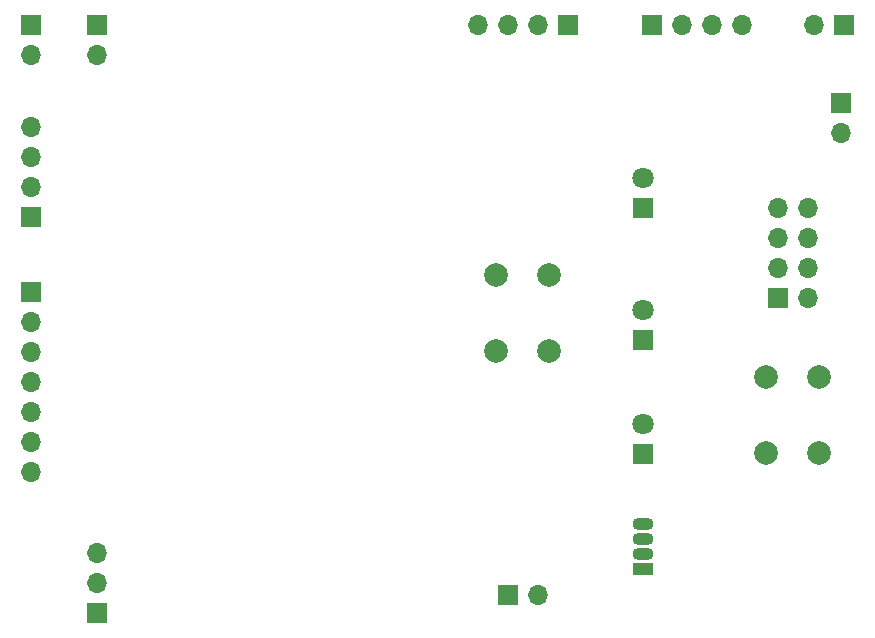
<source format=gbr>
%TF.GenerationSoftware,KiCad,Pcbnew,(6.0.5)*%
%TF.CreationDate,2023-02-27T08:13:59-05:00*%
%TF.ProjectId,UGV_Board,5547565f-426f-4617-9264-2e6b69636164,rev?*%
%TF.SameCoordinates,Original*%
%TF.FileFunction,Soldermask,Bot*%
%TF.FilePolarity,Negative*%
%FSLAX46Y46*%
G04 Gerber Fmt 4.6, Leading zero omitted, Abs format (unit mm)*
G04 Created by KiCad (PCBNEW (6.0.5)) date 2023-02-27 08:13:59*
%MOMM*%
%LPD*%
G01*
G04 APERTURE LIST*
%ADD10R,1.700000X1.700000*%
%ADD11O,1.700000X1.700000*%
%ADD12C,2.000000*%
%ADD13R,1.800000X1.800000*%
%ADD14C,1.800000*%
%ADD15R,1.800000X1.070000*%
%ADD16O,1.800000X1.070000*%
G04 APERTURE END LIST*
D10*
%TO.C,J6*%
X131064000Y-85613000D03*
D11*
X131064000Y-88153000D03*
X131064000Y-90693000D03*
X131064000Y-93233000D03*
X131064000Y-95773000D03*
X131064000Y-98313000D03*
X131064000Y-100853000D03*
%TD*%
D10*
%TO.C,SW1*%
X199903000Y-62992000D03*
D11*
X197363000Y-62992000D03*
%TD*%
D10*
%TO.C,J2*%
X136627000Y-112761000D03*
D11*
X136627000Y-110221000D03*
X136627000Y-107681000D03*
%TD*%
D12*
%TO.C,SW3*%
X197830000Y-92762000D03*
X197830000Y-99262000D03*
X193330000Y-92762000D03*
X193330000Y-99262000D03*
%TD*%
D10*
%TO.C,J9*%
X171470000Y-111252000D03*
D11*
X174010000Y-111252000D03*
%TD*%
D10*
%TO.C,J1*%
X131064000Y-79248000D03*
D11*
X131064000Y-76708000D03*
X131064000Y-74168000D03*
X131064000Y-71628000D03*
%TD*%
D10*
%TO.C,J5*%
X176520000Y-63017000D03*
D11*
X173980000Y-63017000D03*
X171440000Y-63017000D03*
X168900000Y-63017000D03*
%TD*%
D10*
%TO.C,J7*%
X131064000Y-62992000D03*
D11*
X131064000Y-65532000D03*
%TD*%
D10*
%TO.C,J8*%
X136677000Y-62992000D03*
D11*
X136677000Y-65532000D03*
%TD*%
D13*
%TO.C,D4*%
X182880000Y-99319000D03*
D14*
X182880000Y-96779000D03*
%TD*%
D10*
%TO.C,J10*%
X199644000Y-69596000D03*
D11*
X199644000Y-72136000D03*
%TD*%
D10*
%TO.C,J4*%
X183652000Y-62967000D03*
D11*
X186192000Y-62967000D03*
X188732000Y-62967000D03*
X191272000Y-62967000D03*
%TD*%
D10*
%TO.C,J3*%
X194290000Y-86096000D03*
D11*
X196830000Y-86096000D03*
X194290000Y-83556000D03*
X196830000Y-83556000D03*
X194290000Y-81016000D03*
X196830000Y-81016000D03*
X194290000Y-78476000D03*
X196830000Y-78476000D03*
%TD*%
D15*
%TO.C,D1*%
X182880000Y-109088000D03*
D16*
X182880000Y-107818000D03*
X182880000Y-106548000D03*
X182880000Y-105278000D03*
%TD*%
D12*
%TO.C,SW2*%
X170470000Y-90626000D03*
X170470000Y-84126000D03*
X174970000Y-90626000D03*
X174970000Y-84126000D03*
%TD*%
D13*
%TO.C,D2*%
X182880000Y-78491000D03*
D14*
X182880000Y-75951000D03*
%TD*%
D13*
%TO.C,D3*%
X182880000Y-89667000D03*
D14*
X182880000Y-87127000D03*
%TD*%
M02*

</source>
